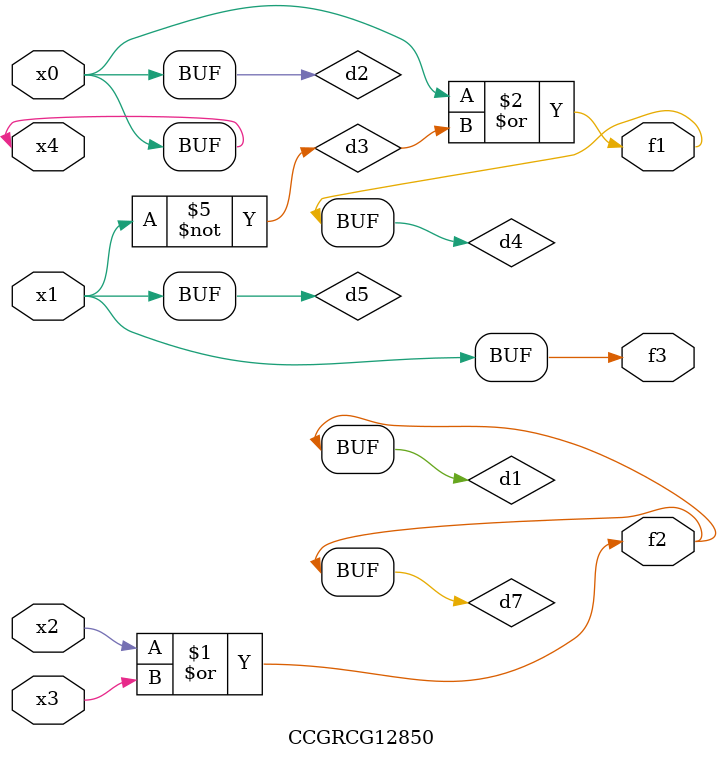
<source format=v>
module CCGRCG12850(
	input x0, x1, x2, x3, x4,
	output f1, f2, f3
);

	wire d1, d2, d3, d4, d5, d6, d7;

	or (d1, x2, x3);
	buf (d2, x0, x4);
	not (d3, x1);
	or (d4, d2, d3);
	not (d5, d3);
	nand (d6, d1, d3);
	or (d7, d1);
	assign f1 = d4;
	assign f2 = d7;
	assign f3 = d5;
endmodule

</source>
